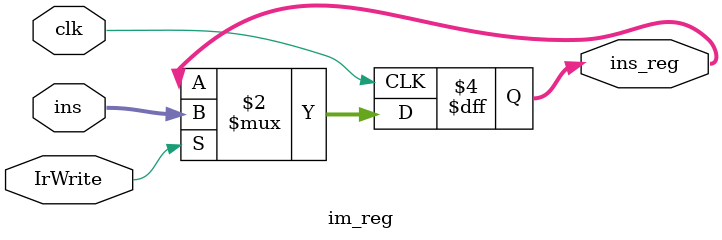
<source format=v>
module im_reg(clk,ins,ins_reg,IrWrite);
  input clk,IrWrite;
  input[31:0] ins;
  output reg[31:0] ins_reg;
  always@(posedge clk)
    if(IrWrite)
      ins_reg<=ins;
endmodule

</source>
